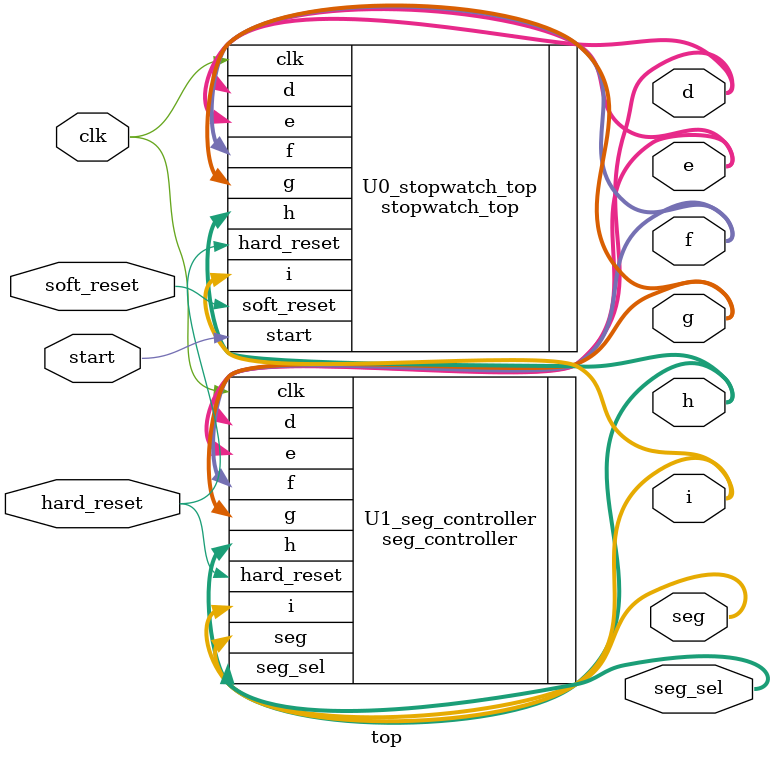
<source format=v>
module top(clk, soft_reset, hard_reset,
          start,
          seg,
          seg_sel,
          d, e, f, g, h, i);
          
input clk;
input soft_reset;
input hard_reset;
input start;
output [7:0] seg;
output [5:0] seg_sel;
output [3:0] d, e, f, g, h, i;   

//wire [3:0] d;
//wire [3:0] e;
//wire [3:0] f;
//wire [3:0] g;
//wire [3:0] h;
//wire [3:0] i;

stopwatch_top U0_stopwatch_top(.clk(clk),
                           .soft_reset(soft_reset),
                           .hard_reset(hard_reset),
                           .start(start),
                           .d(d),
                           .e(e),
                           .f(f),
                           .g(g),
                           .h(h),
                           .i(i));
                           
seg_controller U1_seg_controller(.clk(clk),
                                 .hard_reset(hard_reset),
                                 .d(d),
                                 .e(e),
                                 .f(f),
                                 .g(g),
                                 .h(h),
                                 .i(i),
                                 .seg(seg),
                                 .seg_sel(seg_sel));


endmodule

</source>
